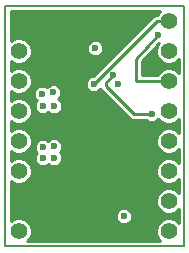
<source format=gbr>
G04 (created by PCBNEW (2013-07-07 BZR 4022)-stable) date 03-03-2014 12:21:00 AM*
%MOIN*%
G04 Gerber Fmt 3.4, Leading zero omitted, Abs format*
%FSLAX34Y34*%
G01*
G70*
G90*
G04 APERTURE LIST*
%ADD10C,0.00590551*%
%ADD11C,0.005*%
%ADD12R,0.0984X0.1701*%
%ADD13C,0.055*%
%ADD14C,0.0236*%
%ADD15C,0.01*%
G04 APERTURE END LIST*
G54D10*
G54D11*
X100Y50D02*
X100Y8050D01*
X6050Y50D02*
X100Y50D01*
X6050Y8050D02*
X6050Y50D01*
X100Y8050D02*
X6050Y8050D01*
G54D12*
X3225Y4075D03*
G54D13*
X5550Y550D03*
X5550Y1550D03*
X5550Y2550D03*
X5550Y3550D03*
X5550Y4550D03*
X5550Y5550D03*
X5550Y6550D03*
X5550Y7550D03*
X550Y550D03*
X550Y1550D03*
X550Y2550D03*
X550Y3550D03*
X550Y4550D03*
X550Y5550D03*
X550Y6550D03*
X550Y7550D03*
G54D14*
X3050Y5450D03*
X2900Y3250D03*
X1864Y7305D03*
X4186Y7287D03*
X3525Y3225D03*
X3200Y5050D03*
X3200Y3450D03*
X2900Y4825D03*
X3200Y3050D03*
X3525Y4050D03*
X3200Y4250D03*
X2900Y4425D03*
X3200Y2650D03*
X3232Y7269D03*
X3525Y4450D03*
X2569Y6649D03*
X5068Y6454D03*
X1852Y5973D03*
X3525Y2875D03*
X3200Y3850D03*
X3450Y900D03*
X3525Y3575D03*
X3525Y2450D03*
X3900Y3800D03*
X2625Y1175D03*
X2900Y4050D03*
X3200Y4650D03*
X2900Y3675D03*
X3900Y4225D03*
X3525Y4875D03*
X1700Y5175D03*
X1325Y5125D03*
X1725Y3000D03*
X1350Y2975D03*
X4975Y4450D03*
X3700Y5750D03*
X3100Y6650D03*
X3865Y5457D03*
X5200Y7100D03*
X4050Y1050D03*
X1725Y4725D03*
X1350Y3350D03*
X1725Y3375D03*
X1350Y4725D03*
G54D15*
X5150Y7550D02*
X3050Y5450D01*
X5550Y7550D02*
X5150Y7550D01*
X4400Y4450D02*
X4375Y4450D01*
X3450Y5500D02*
X3700Y5750D01*
X4975Y4450D02*
X4400Y4450D01*
X4375Y4450D02*
X3450Y5375D01*
X3450Y5375D02*
X3450Y5500D01*
X4462Y6300D02*
X5200Y7100D01*
X5550Y5550D02*
X4825Y5550D01*
X4462Y5550D02*
X4462Y6300D01*
X4825Y5550D02*
X4462Y5550D01*
G54D10*
G36*
X5875Y5826D02*
X5791Y5910D01*
X5635Y5975D01*
X5466Y5975D01*
X5310Y5911D01*
X5190Y5791D01*
X5172Y5750D01*
X4825Y5750D01*
X4662Y5750D01*
X4662Y6222D01*
X5225Y6832D01*
X5231Y6832D01*
X5190Y6791D01*
X5125Y6635D01*
X5125Y6466D01*
X5189Y6310D01*
X5309Y6190D01*
X5465Y6125D01*
X5634Y6125D01*
X5790Y6189D01*
X5875Y6274D01*
X5875Y5826D01*
X5875Y5826D01*
G37*
G54D15*
X5875Y5826D02*
X5791Y5910D01*
X5635Y5975D01*
X5466Y5975D01*
X5310Y5911D01*
X5190Y5791D01*
X5172Y5750D01*
X4825Y5750D01*
X4662Y5750D01*
X4662Y6222D01*
X5225Y6832D01*
X5231Y6832D01*
X5190Y6791D01*
X5125Y6635D01*
X5125Y6466D01*
X5189Y6310D01*
X5309Y6190D01*
X5465Y6125D01*
X5634Y6125D01*
X5790Y6189D01*
X5875Y6274D01*
X5875Y5826D01*
G54D10*
G36*
X5875Y826D02*
X5791Y910D01*
X5635Y975D01*
X5466Y975D01*
X5310Y911D01*
X5190Y791D01*
X5125Y635D01*
X5125Y466D01*
X5189Y310D01*
X5274Y225D01*
X4318Y225D01*
X4318Y996D01*
X4318Y1103D01*
X4277Y1202D01*
X4202Y1277D01*
X4104Y1318D01*
X3997Y1318D01*
X3898Y1277D01*
X3823Y1202D01*
X3782Y1104D01*
X3782Y997D01*
X3823Y898D01*
X3898Y823D01*
X3996Y782D01*
X4103Y782D01*
X4202Y823D01*
X4277Y898D01*
X4318Y996D01*
X4318Y225D01*
X1993Y225D01*
X1993Y2946D01*
X1993Y3053D01*
X1952Y3152D01*
X1916Y3188D01*
X1952Y3223D01*
X1993Y3321D01*
X1993Y3428D01*
X1993Y4671D01*
X1993Y4778D01*
X1952Y4877D01*
X1877Y4952D01*
X1862Y4959D01*
X1927Y5023D01*
X1968Y5121D01*
X1968Y5228D01*
X1927Y5327D01*
X1852Y5402D01*
X1754Y5443D01*
X1647Y5443D01*
X1548Y5402D01*
X1487Y5342D01*
X1477Y5352D01*
X1379Y5393D01*
X1272Y5393D01*
X1173Y5352D01*
X1098Y5277D01*
X1057Y5179D01*
X1057Y5072D01*
X1098Y4973D01*
X1158Y4913D01*
X1123Y4877D01*
X1082Y4779D01*
X1082Y4672D01*
X1123Y4573D01*
X1198Y4498D01*
X1296Y4457D01*
X1403Y4457D01*
X1502Y4498D01*
X1537Y4534D01*
X1573Y4498D01*
X1671Y4457D01*
X1778Y4457D01*
X1877Y4498D01*
X1952Y4573D01*
X1993Y4671D01*
X1993Y3428D01*
X1952Y3527D01*
X1877Y3602D01*
X1779Y3643D01*
X1672Y3643D01*
X1573Y3602D01*
X1525Y3554D01*
X1502Y3577D01*
X1404Y3618D01*
X1297Y3618D01*
X1198Y3577D01*
X1123Y3502D01*
X1082Y3404D01*
X1082Y3297D01*
X1123Y3198D01*
X1158Y3163D01*
X1123Y3127D01*
X1082Y3029D01*
X1082Y2922D01*
X1123Y2823D01*
X1198Y2748D01*
X1296Y2707D01*
X1403Y2707D01*
X1502Y2748D01*
X1550Y2796D01*
X1573Y2773D01*
X1671Y2732D01*
X1778Y2732D01*
X1877Y2773D01*
X1952Y2848D01*
X1993Y2946D01*
X1993Y225D01*
X826Y225D01*
X910Y309D01*
X975Y465D01*
X975Y634D01*
X911Y790D01*
X791Y910D01*
X635Y975D01*
X466Y975D01*
X310Y911D01*
X275Y876D01*
X275Y2224D01*
X309Y2190D01*
X465Y2125D01*
X634Y2125D01*
X790Y2189D01*
X910Y2309D01*
X975Y2465D01*
X975Y2634D01*
X911Y2790D01*
X791Y2910D01*
X635Y2975D01*
X466Y2975D01*
X310Y2911D01*
X275Y2876D01*
X275Y3224D01*
X309Y3190D01*
X465Y3125D01*
X634Y3125D01*
X790Y3189D01*
X910Y3309D01*
X975Y3465D01*
X975Y3634D01*
X911Y3790D01*
X791Y3910D01*
X635Y3975D01*
X466Y3975D01*
X310Y3911D01*
X275Y3876D01*
X275Y4224D01*
X309Y4190D01*
X465Y4125D01*
X634Y4125D01*
X790Y4189D01*
X910Y4309D01*
X975Y4465D01*
X975Y4634D01*
X911Y4790D01*
X791Y4910D01*
X635Y4975D01*
X466Y4975D01*
X310Y4911D01*
X275Y4876D01*
X275Y5224D01*
X309Y5190D01*
X465Y5125D01*
X634Y5125D01*
X790Y5189D01*
X910Y5309D01*
X975Y5465D01*
X975Y5634D01*
X911Y5790D01*
X791Y5910D01*
X635Y5975D01*
X466Y5975D01*
X310Y5911D01*
X275Y5876D01*
X275Y6224D01*
X309Y6190D01*
X465Y6125D01*
X634Y6125D01*
X790Y6189D01*
X910Y6309D01*
X975Y6465D01*
X975Y6634D01*
X911Y6790D01*
X791Y6910D01*
X635Y6975D01*
X466Y6975D01*
X310Y6911D01*
X275Y6876D01*
X275Y7875D01*
X5274Y7875D01*
X5190Y7791D01*
X5172Y7750D01*
X5150Y7750D01*
X5073Y7735D01*
X5008Y7691D01*
X3368Y6051D01*
X3368Y6596D01*
X3368Y6703D01*
X3327Y6802D01*
X3252Y6877D01*
X3154Y6918D01*
X3047Y6918D01*
X2948Y6877D01*
X2873Y6802D01*
X2832Y6704D01*
X2832Y6597D01*
X2873Y6498D01*
X2948Y6423D01*
X3046Y6382D01*
X3153Y6382D01*
X3252Y6423D01*
X3327Y6498D01*
X3368Y6596D01*
X3368Y6051D01*
X3035Y5718D01*
X2997Y5718D01*
X2898Y5677D01*
X2823Y5602D01*
X2782Y5504D01*
X2782Y5397D01*
X2823Y5298D01*
X2898Y5223D01*
X2996Y5182D01*
X3103Y5182D01*
X3202Y5223D01*
X3269Y5291D01*
X3309Y5234D01*
X4233Y4309D01*
X4234Y4309D01*
X4266Y4287D01*
X4298Y4265D01*
X4299Y4265D01*
X4375Y4250D01*
X4400Y4250D01*
X4796Y4250D01*
X4823Y4223D01*
X4921Y4182D01*
X5028Y4182D01*
X5127Y4223D01*
X5201Y4298D01*
X5309Y4190D01*
X5465Y4125D01*
X5634Y4125D01*
X5790Y4189D01*
X5875Y4274D01*
X5875Y3826D01*
X5791Y3910D01*
X5635Y3975D01*
X5466Y3975D01*
X5310Y3911D01*
X5190Y3791D01*
X5125Y3635D01*
X5125Y3466D01*
X5189Y3310D01*
X5309Y3190D01*
X5465Y3125D01*
X5634Y3125D01*
X5790Y3189D01*
X5875Y3274D01*
X5875Y2826D01*
X5791Y2910D01*
X5635Y2975D01*
X5466Y2975D01*
X5310Y2911D01*
X5190Y2791D01*
X5125Y2635D01*
X5125Y2466D01*
X5189Y2310D01*
X5309Y2190D01*
X5465Y2125D01*
X5634Y2125D01*
X5790Y2189D01*
X5875Y2274D01*
X5875Y1826D01*
X5791Y1910D01*
X5635Y1975D01*
X5466Y1975D01*
X5310Y1911D01*
X5190Y1791D01*
X5125Y1635D01*
X5125Y1466D01*
X5189Y1310D01*
X5309Y1190D01*
X5465Y1125D01*
X5634Y1125D01*
X5790Y1189D01*
X5875Y1274D01*
X5875Y826D01*
X5875Y826D01*
G37*
G54D15*
X5875Y826D02*
X5791Y910D01*
X5635Y975D01*
X5466Y975D01*
X5310Y911D01*
X5190Y791D01*
X5125Y635D01*
X5125Y466D01*
X5189Y310D01*
X5274Y225D01*
X4318Y225D01*
X4318Y996D01*
X4318Y1103D01*
X4277Y1202D01*
X4202Y1277D01*
X4104Y1318D01*
X3997Y1318D01*
X3898Y1277D01*
X3823Y1202D01*
X3782Y1104D01*
X3782Y997D01*
X3823Y898D01*
X3898Y823D01*
X3996Y782D01*
X4103Y782D01*
X4202Y823D01*
X4277Y898D01*
X4318Y996D01*
X4318Y225D01*
X1993Y225D01*
X1993Y2946D01*
X1993Y3053D01*
X1952Y3152D01*
X1916Y3188D01*
X1952Y3223D01*
X1993Y3321D01*
X1993Y3428D01*
X1993Y4671D01*
X1993Y4778D01*
X1952Y4877D01*
X1877Y4952D01*
X1862Y4959D01*
X1927Y5023D01*
X1968Y5121D01*
X1968Y5228D01*
X1927Y5327D01*
X1852Y5402D01*
X1754Y5443D01*
X1647Y5443D01*
X1548Y5402D01*
X1487Y5342D01*
X1477Y5352D01*
X1379Y5393D01*
X1272Y5393D01*
X1173Y5352D01*
X1098Y5277D01*
X1057Y5179D01*
X1057Y5072D01*
X1098Y4973D01*
X1158Y4913D01*
X1123Y4877D01*
X1082Y4779D01*
X1082Y4672D01*
X1123Y4573D01*
X1198Y4498D01*
X1296Y4457D01*
X1403Y4457D01*
X1502Y4498D01*
X1537Y4534D01*
X1573Y4498D01*
X1671Y4457D01*
X1778Y4457D01*
X1877Y4498D01*
X1952Y4573D01*
X1993Y4671D01*
X1993Y3428D01*
X1952Y3527D01*
X1877Y3602D01*
X1779Y3643D01*
X1672Y3643D01*
X1573Y3602D01*
X1525Y3554D01*
X1502Y3577D01*
X1404Y3618D01*
X1297Y3618D01*
X1198Y3577D01*
X1123Y3502D01*
X1082Y3404D01*
X1082Y3297D01*
X1123Y3198D01*
X1158Y3163D01*
X1123Y3127D01*
X1082Y3029D01*
X1082Y2922D01*
X1123Y2823D01*
X1198Y2748D01*
X1296Y2707D01*
X1403Y2707D01*
X1502Y2748D01*
X1550Y2796D01*
X1573Y2773D01*
X1671Y2732D01*
X1778Y2732D01*
X1877Y2773D01*
X1952Y2848D01*
X1993Y2946D01*
X1993Y225D01*
X826Y225D01*
X910Y309D01*
X975Y465D01*
X975Y634D01*
X911Y790D01*
X791Y910D01*
X635Y975D01*
X466Y975D01*
X310Y911D01*
X275Y876D01*
X275Y2224D01*
X309Y2190D01*
X465Y2125D01*
X634Y2125D01*
X790Y2189D01*
X910Y2309D01*
X975Y2465D01*
X975Y2634D01*
X911Y2790D01*
X791Y2910D01*
X635Y2975D01*
X466Y2975D01*
X310Y2911D01*
X275Y2876D01*
X275Y3224D01*
X309Y3190D01*
X465Y3125D01*
X634Y3125D01*
X790Y3189D01*
X910Y3309D01*
X975Y3465D01*
X975Y3634D01*
X911Y3790D01*
X791Y3910D01*
X635Y3975D01*
X466Y3975D01*
X310Y3911D01*
X275Y3876D01*
X275Y4224D01*
X309Y4190D01*
X465Y4125D01*
X634Y4125D01*
X790Y4189D01*
X910Y4309D01*
X975Y4465D01*
X975Y4634D01*
X911Y4790D01*
X791Y4910D01*
X635Y4975D01*
X466Y4975D01*
X310Y4911D01*
X275Y4876D01*
X275Y5224D01*
X309Y5190D01*
X465Y5125D01*
X634Y5125D01*
X790Y5189D01*
X910Y5309D01*
X975Y5465D01*
X975Y5634D01*
X911Y5790D01*
X791Y5910D01*
X635Y5975D01*
X466Y5975D01*
X310Y5911D01*
X275Y5876D01*
X275Y6224D01*
X309Y6190D01*
X465Y6125D01*
X634Y6125D01*
X790Y6189D01*
X910Y6309D01*
X975Y6465D01*
X975Y6634D01*
X911Y6790D01*
X791Y6910D01*
X635Y6975D01*
X466Y6975D01*
X310Y6911D01*
X275Y6876D01*
X275Y7875D01*
X5274Y7875D01*
X5190Y7791D01*
X5172Y7750D01*
X5150Y7750D01*
X5073Y7735D01*
X5008Y7691D01*
X3368Y6051D01*
X3368Y6596D01*
X3368Y6703D01*
X3327Y6802D01*
X3252Y6877D01*
X3154Y6918D01*
X3047Y6918D01*
X2948Y6877D01*
X2873Y6802D01*
X2832Y6704D01*
X2832Y6597D01*
X2873Y6498D01*
X2948Y6423D01*
X3046Y6382D01*
X3153Y6382D01*
X3252Y6423D01*
X3327Y6498D01*
X3368Y6596D01*
X3368Y6051D01*
X3035Y5718D01*
X2997Y5718D01*
X2898Y5677D01*
X2823Y5602D01*
X2782Y5504D01*
X2782Y5397D01*
X2823Y5298D01*
X2898Y5223D01*
X2996Y5182D01*
X3103Y5182D01*
X3202Y5223D01*
X3269Y5291D01*
X3309Y5234D01*
X4233Y4309D01*
X4234Y4309D01*
X4266Y4287D01*
X4298Y4265D01*
X4299Y4265D01*
X4375Y4250D01*
X4400Y4250D01*
X4796Y4250D01*
X4823Y4223D01*
X4921Y4182D01*
X5028Y4182D01*
X5127Y4223D01*
X5201Y4298D01*
X5309Y4190D01*
X5465Y4125D01*
X5634Y4125D01*
X5790Y4189D01*
X5875Y4274D01*
X5875Y3826D01*
X5791Y3910D01*
X5635Y3975D01*
X5466Y3975D01*
X5310Y3911D01*
X5190Y3791D01*
X5125Y3635D01*
X5125Y3466D01*
X5189Y3310D01*
X5309Y3190D01*
X5465Y3125D01*
X5634Y3125D01*
X5790Y3189D01*
X5875Y3274D01*
X5875Y2826D01*
X5791Y2910D01*
X5635Y2975D01*
X5466Y2975D01*
X5310Y2911D01*
X5190Y2791D01*
X5125Y2635D01*
X5125Y2466D01*
X5189Y2310D01*
X5309Y2190D01*
X5465Y2125D01*
X5634Y2125D01*
X5790Y2189D01*
X5875Y2274D01*
X5875Y1826D01*
X5791Y1910D01*
X5635Y1975D01*
X5466Y1975D01*
X5310Y1911D01*
X5190Y1791D01*
X5125Y1635D01*
X5125Y1466D01*
X5189Y1310D01*
X5309Y1190D01*
X5465Y1125D01*
X5634Y1125D01*
X5790Y1189D01*
X5875Y1274D01*
X5875Y826D01*
M02*

</source>
